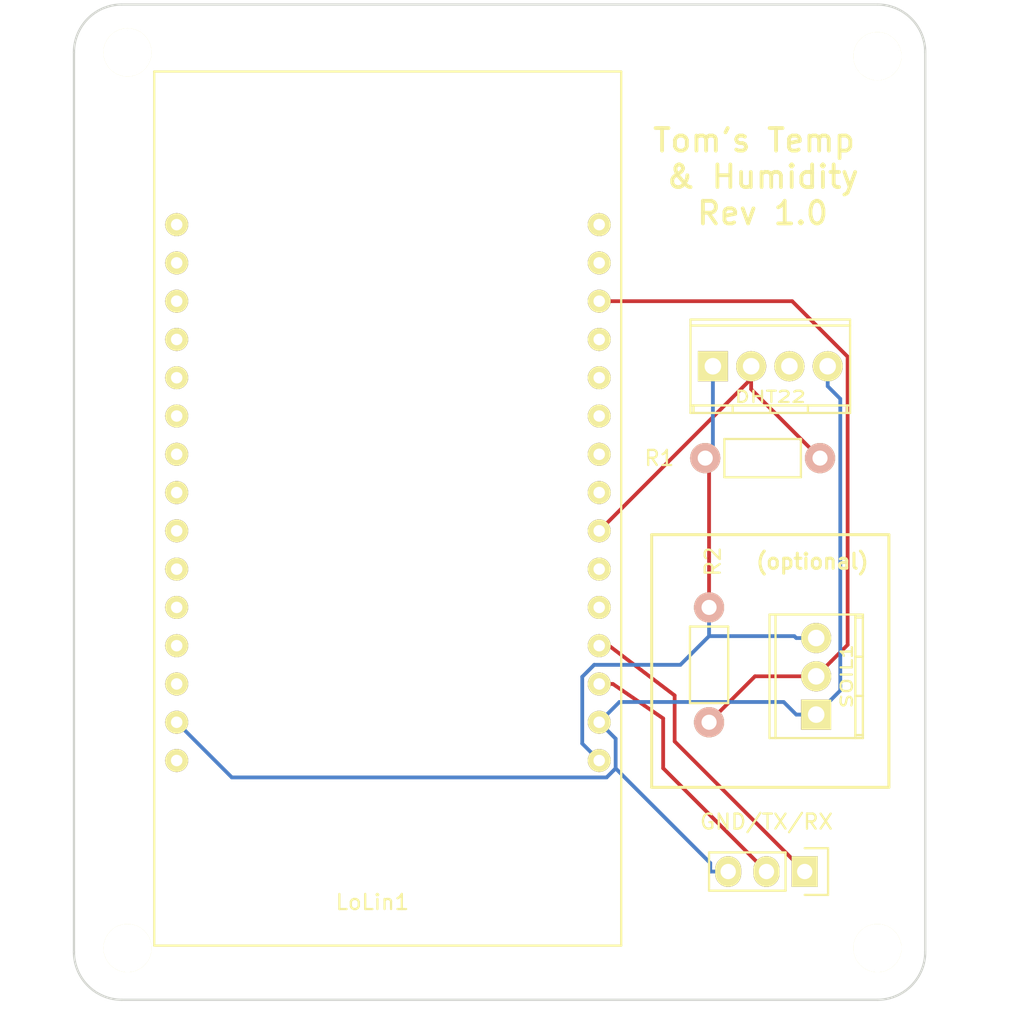
<source format=kicad_pcb>
(kicad_pcb (version 20171130) (host pcbnew "(5.1.12)-1")

  (general
    (thickness 1.6)
    (drawings 15)
    (tracks 50)
    (zones 0)
    (modules 10)
    (nets 31)
  )

  (page A4)
  (layers
    (0 F.Cu signal)
    (31 B.Cu signal)
    (33 F.Adhes user hide)
    (35 F.Paste user)
    (37 F.SilkS user)
    (39 F.Mask user)
    (40 Dwgs.User user)
    (41 Cmts.User user hide)
    (42 Eco1.User user)
    (43 Eco2.User user hide)
    (44 Edge.Cuts user)
    (45 Margin user)
    (47 F.CrtYd user hide)
    (49 F.Fab user)
  )

  (setup
    (last_trace_width 0.25)
    (trace_clearance 0.2)
    (zone_clearance 0.508)
    (zone_45_only yes)
    (trace_min 0.2)
    (via_size 0.6)
    (via_drill 0.4)
    (via_min_size 0.4)
    (via_min_drill 0.3)
    (uvia_size 0.3)
    (uvia_drill 0.1)
    (uvias_allowed no)
    (uvia_min_size 0.2)
    (uvia_min_drill 0.1)
    (edge_width 0.15)
    (segment_width 0.2)
    (pcb_text_width 0.3)
    (pcb_text_size 1.5 1.5)
    (mod_edge_width 0.15)
    (mod_text_size 1 1)
    (mod_text_width 0.15)
    (pad_size 1.524 1.524)
    (pad_drill 0.762)
    (pad_to_mask_clearance 0.2)
    (aux_axis_origin 0 0)
    (visible_elements 7FFEFF7F)
    (pcbplotparams
      (layerselection 0x010a0_80000001)
      (usegerberextensions true)
      (usegerberattributes true)
      (usegerberadvancedattributes true)
      (creategerberjobfile true)
      (excludeedgelayer true)
      (linewidth 0.100000)
      (plotframeref false)
      (viasonmask false)
      (mode 1)
      (useauxorigin false)
      (hpglpennumber 1)
      (hpglpenspeed 20)
      (hpglpendiameter 15.000000)
      (psnegative false)
      (psa4output false)
      (plotreference true)
      (plotvalue false)
      (plotinvisibletext false)
      (padsonsilk false)
      (subtractmaskfromsilk false)
      (outputformat 1)
      (mirror false)
      (drillshape 0)
      (scaleselection 1)
      (outputdirectory ""))
  )

  (net 0 "")
  (net 1 3.3V)
  (net 2 GND)
  (net 3 +5V)
  (net 4 SOIL_TEMP)
  (net 5 "Net-(COMMS1-Pad1)")
  (net 6 "Net-(COMMS1-Pad2)")
  (net 7 "Net-(DHT22-Pad3)")
  (net 8 "Net-(LoLin1-Pad2)")
  (net 9 "Net-(LoLin1-Pad3)")
  (net 10 "Net-(LoLin1-Pad4)")
  (net 11 "Net-(LoLin1-Pad5)")
  (net 12 "Net-(LoLin1-Pad6)")
  (net 13 "Net-(LoLin1-Pad7)")
  (net 14 "Net-(LoLin1-Pad8)")
  (net 15 "Net-(LoLin1-Pad9)")
  (net 16 "Net-(LoLin1-Pad10)")
  (net 17 "Net-(LoLin1-Pad12)")
  (net 18 "Net-(LoLin1-Pad13)")
  (net 19 "Net-(LoLin1-Pad20)")
  (net 20 "Net-(LoLin1-Pad21)")
  (net 21 "Net-(LoLin1-Pad23)")
  (net 22 "Net-(LoLin1-Pad24)")
  (net 23 "Net-(LoLin1-Pad25)")
  (net 24 "Net-(LoLin1-Pad26)")
  (net 25 "Net-(LoLin1-Pad27)")
  (net 26 "Net-(LoLin1-Pad29)")
  (net 27 "Net-(LoLin1-Pad30)")
  (net 28 "Net-(LoLin1-Pad1)")
  (net 29 "Net-(LoLin1-Pad11)")
  (net 30 TEMP_READING)

  (net_class Default "This is the default net class."
    (clearance 0.2)
    (trace_width 0.25)
    (via_dia 0.6)
    (via_drill 0.4)
    (uvia_dia 0.3)
    (uvia_drill 0.1)
    (add_net +5V)
    (add_net 3.3V)
    (add_net GND)
    (add_net "Net-(COMMS1-Pad1)")
    (add_net "Net-(COMMS1-Pad2)")
    (add_net "Net-(DHT22-Pad3)")
    (add_net "Net-(LoLin1-Pad1)")
    (add_net "Net-(LoLin1-Pad10)")
    (add_net "Net-(LoLin1-Pad11)")
    (add_net "Net-(LoLin1-Pad12)")
    (add_net "Net-(LoLin1-Pad13)")
    (add_net "Net-(LoLin1-Pad2)")
    (add_net "Net-(LoLin1-Pad20)")
    (add_net "Net-(LoLin1-Pad21)")
    (add_net "Net-(LoLin1-Pad23)")
    (add_net "Net-(LoLin1-Pad24)")
    (add_net "Net-(LoLin1-Pad25)")
    (add_net "Net-(LoLin1-Pad26)")
    (add_net "Net-(LoLin1-Pad27)")
    (add_net "Net-(LoLin1-Pad29)")
    (add_net "Net-(LoLin1-Pad3)")
    (add_net "Net-(LoLin1-Pad30)")
    (add_net "Net-(LoLin1-Pad4)")
    (add_net "Net-(LoLin1-Pad5)")
    (add_net "Net-(LoLin1-Pad6)")
    (add_net "Net-(LoLin1-Pad7)")
    (add_net "Net-(LoLin1-Pad8)")
    (add_net "Net-(LoLin1-Pad9)")
    (add_net SOIL_TEMP)
    (add_net TEMP_READING)
  )

  (module Pin_Headers:Pin_Header_Straight_1x03 (layer F.Cu) (tedit 57361032) (tstamp 573608A3)
    (at 137.414 112.776 270)
    (descr "Through hole pin header")
    (tags "pin header")
    (path /57361857)
    (fp_text reference GND/TX/RX (at -3.302 2.54) (layer F.SilkS)
      (effects (font (size 1 1) (thickness 0.15)))
    )
    (fp_text value RX/TX/GND (at 0 -3.1 270) (layer F.Fab)
      (effects (font (size 1 1) (thickness 0.15)))
    )
    (fp_line (start -1.55 -1.55) (end 1.55 -1.55) (layer F.SilkS) (width 0.15))
    (fp_line (start -1.55 0) (end -1.55 -1.55) (layer F.SilkS) (width 0.15))
    (fp_line (start 1.27 1.27) (end -1.27 1.27) (layer F.SilkS) (width 0.15))
    (fp_line (start 1.55 -1.55) (end 1.55 0) (layer F.SilkS) (width 0.15))
    (fp_line (start 1.27 6.35) (end 1.27 1.27) (layer F.SilkS) (width 0.15))
    (fp_line (start -1.27 6.35) (end 1.27 6.35) (layer F.SilkS) (width 0.15))
    (fp_line (start -1.27 1.27) (end -1.27 6.35) (layer F.SilkS) (width 0.15))
    (fp_line (start -1.75 6.85) (end 1.75 6.85) (layer F.CrtYd) (width 0.05))
    (fp_line (start -1.75 -1.75) (end 1.75 -1.75) (layer F.CrtYd) (width 0.05))
    (fp_line (start 1.75 -1.75) (end 1.75 6.85) (layer F.CrtYd) (width 0.05))
    (fp_line (start -1.75 -1.75) (end -1.75 6.85) (layer F.CrtYd) (width 0.05))
    (pad 1 thru_hole rect (at 0 0 270) (size 2.032 1.7272) (drill 1.016) (layers *.Cu *.Mask F.SilkS)
      (net 5 "Net-(COMMS1-Pad1)"))
    (pad 2 thru_hole oval (at 0 2.54 270) (size 2.032 1.7272) (drill 1.016) (layers *.Cu *.Mask F.SilkS)
      (net 6 "Net-(COMMS1-Pad2)"))
    (pad 3 thru_hole oval (at 0 5.08 270) (size 2.032 1.7272) (drill 1.016) (layers *.Cu *.Mask F.SilkS)
      (net 2 GND))
    (model Pin_Headers.3dshapes/Pin_Header_Straight_1x03.wrl
      (offset (xyz 0 -2.539999961853027 0))
      (scale (xyz 1 1 1))
      (rotate (xyz 0 0 90))
    )
  )

  (module Terminal_Blocks:TerminalBlock_Pheonix_MPT-2.54mm_3pol (layer F.Cu) (tedit 57360BF2) (tstamp 573608D0)
    (at 138.176 102.362 90)
    (descr "3-way 2.54mm pitch terminal block, Phoenix MPT series")
    (path /57360118)
    (fp_text reference SOIL1 (at 2.54 2.032 90) (layer F.SilkS)
      (effects (font (size 0.75 1) (thickness 0.15)))
    )
    (fp_text value SOIL (at 2.54 4.50088 90) (layer F.Fab)
      (effects (font (size 1 1) (thickness 0.15)))
    )
    (fp_line (start -1.55702 -3.0988) (end -1.55702 3.0988) (layer F.SilkS) (width 0.15))
    (fp_line (start 6.63956 3.0988) (end 6.63956 -3.0988) (layer F.SilkS) (width 0.15))
    (fp_line (start 1.24206 3.0988) (end 1.24206 2.60096) (layer F.SilkS) (width 0.15))
    (fp_line (start 6.44144 2.60096) (end 6.44144 3.0988) (layer F.SilkS) (width 0.15))
    (fp_line (start -1.3589 3.0988) (end -1.3589 2.60096) (layer F.SilkS) (width 0.15))
    (fp_line (start 3.84048 2.60096) (end 3.84048 3.0988) (layer F.SilkS) (width 0.15))
    (fp_line (start -1.55956 3.0988) (end 6.63956 3.0988) (layer F.SilkS) (width 0.15))
    (fp_line (start 6.63956 2.60096) (end -1.55956 2.60096) (layer F.SilkS) (width 0.15))
    (fp_line (start 6.63956 -2.70002) (end -1.55956 -2.70002) (layer F.SilkS) (width 0.15))
    (fp_line (start 6.63956 -3.0988) (end -1.55956 -3.0988) (layer F.SilkS) (width 0.15))
    (fp_line (start 6.858 3.302) (end 6.858 -3.302) (layer F.CrtYd) (width 0.05))
    (fp_line (start 6.858 -3.302) (end -1.778 -3.302) (layer F.CrtYd) (width 0.05))
    (fp_line (start -1.778 -3.302) (end -1.778 3.302) (layer F.CrtYd) (width 0.05))
    (fp_line (start -1.778 3.302) (end 6.858 3.302) (layer F.CrtYd) (width 0.05))
    (pad 3 thru_hole oval (at 5.08 0 90) (size 1.99898 1.99898) (drill 1.09728) (layers *.Cu *.Mask F.SilkS)
      (net 1 3.3V))
    (pad 1 thru_hole rect (at 0 0 90) (size 1.99898 1.99898) (drill 1.09728) (layers *.Cu *.Mask F.SilkS)
      (net 2 GND))
    (pad 2 thru_hole oval (at 2.54 0 90) (size 1.99898 1.99898) (drill 1.09728) (layers *.Cu *.Mask F.SilkS)
      (net 4 SOIL_TEMP))
    (model Terminal_Blocks.3dshapes/TerminalBlock_Pheonix_MPT-2.54mm_3pol.wrl
      (offset (xyz 2.539999961853027 0 0))
      (scale (xyz 1 1 1))
      (rotate (xyz 0 0 0))
    )
  )

  (module Terminal_Blocks:TerminalBlock_Pheonix_MPT-2.54mm_4pol (layer F.Cu) (tedit 57360C04) (tstamp 573609D5)
    (at 131.318 79.248)
    (descr "4-way 2.54mm pitch terminal block, Phoenix MPT series")
    (path /573490F4)
    (fp_text reference DHT22 (at 3.81 2.032) (layer F.SilkS)
      (effects (font (size 0.75 1) (thickness 0.15)))
    )
    (fp_text value DHT22 (at 3.81 4.50088) (layer F.Fab)
      (effects (font (size 1 1) (thickness 0.15)))
    )
    (fp_line (start -1.4859 -3.0988) (end -1.4859 3.0988) (layer F.SilkS) (width 0.15))
    (fp_line (start 9.10844 3.0988) (end 9.10844 -3.0988) (layer F.SilkS) (width 0.15))
    (fp_line (start 1.31318 3.0988) (end 1.31318 2.60096) (layer F.SilkS) (width 0.15))
    (fp_line (start 8.91032 2.60096) (end 8.91032 3.0988) (layer F.SilkS) (width 0.15))
    (fp_line (start -1.28778 3.0988) (end -1.28778 2.60096) (layer F.SilkS) (width 0.15))
    (fp_line (start 3.81 2.60096) (end 3.81 3.0988) (layer F.SilkS) (width 0.15))
    (fp_line (start 6.30682 2.60096) (end 6.30682 3.0988) (layer F.SilkS) (width 0.15))
    (fp_line (start 9.11098 3.0988) (end -1.49098 3.0988) (layer F.SilkS) (width 0.15))
    (fp_line (start -1.49098 2.60096) (end 9.11098 2.60096) (layer F.SilkS) (width 0.15))
    (fp_line (start -1.49098 -2.70002) (end 9.11098 -2.70002) (layer F.SilkS) (width 0.15))
    (fp_line (start 9.11098 -3.0988) (end -1.49098 -3.0988) (layer F.SilkS) (width 0.15))
    (fp_line (start 9.398 -3.302) (end 9.398 3.302) (layer F.CrtYd) (width 0.05))
    (fp_line (start 9.398 3.302) (end -1.778 3.302) (layer F.CrtYd) (width 0.05))
    (fp_line (start -1.778 3.302) (end -1.778 -3.302) (layer F.CrtYd) (width 0.05))
    (fp_line (start -1.778 -3.302) (end 9.398 -3.302) (layer F.CrtYd) (width 0.05))
    (pad 4 thru_hole oval (at 7.62 0 180) (size 1.99898 1.99898) (drill 1.09728) (layers *.Cu *.Mask F.SilkS)
      (net 2 GND))
    (pad 1 thru_hole rect (at 0 0 180) (size 1.99898 1.99898) (drill 1.09728) (layers *.Cu *.Mask F.SilkS)
      (net 1 3.3V))
    (pad 2 thru_hole oval (at 2.54 0 180) (size 1.99898 1.99898) (drill 1.09728) (layers *.Cu *.Mask F.SilkS)
      (net 30 TEMP_READING))
    (pad 3 thru_hole oval (at 5.08 0 180) (size 1.99898 1.99898) (drill 1.09728) (layers *.Cu *.Mask F.SilkS)
      (net 7 "Net-(DHT22-Pad3)"))
    (model Terminal_Blocks.3dshapes/TerminalBlock_Pheonix_MPT-2.54mm_4pol.wrl
      (offset (xyz 3.809999942779541 0 0))
      (scale (xyz 1 1 1))
      (rotate (xyz 0 0 0))
    )
  )

  (module Resistors_ThroughHole:Resistor_Horizontal_RM7mm (layer F.Cu) (tedit 573745FA) (tstamp 57360D0B)
    (at 130.81 85.344)
    (descr "Resistor, Axial,  RM 7.62mm, 1/3W,")
    (tags "Resistor Axial RM 7.62mm 1/3W R3")
    (path /57349191)
    (fp_text reference R1 (at -3.048 0) (layer F.SilkS)
      (effects (font (size 1 1) (thickness 0.15)))
    )
    (fp_text value 4.7K (at 3.81 0.381) (layer F.Fab)
      (effects (font (size 1 1) (thickness 0.15)))
    )
    (fp_line (start 1.27 1.27) (end 1.27 -1.27) (layer F.SilkS) (width 0.15))
    (fp_line (start 6.35 1.27) (end 1.27 1.27) (layer F.SilkS) (width 0.15))
    (fp_line (start 6.35 -1.27) (end 6.35 1.27) (layer F.SilkS) (width 0.15))
    (fp_line (start 1.27 -1.27) (end 6.35 -1.27) (layer F.SilkS) (width 0.15))
    (fp_line (start -1.25 1.5) (end 8.85 1.5) (layer F.CrtYd) (width 0.05))
    (fp_line (start 8.85 -1.5) (end 8.85 1.5) (layer F.CrtYd) (width 0.05))
    (fp_line (start -1.25 1.5) (end -1.25 -1.5) (layer F.CrtYd) (width 0.05))
    (fp_line (start -1.25 -1.5) (end 8.85 -1.5) (layer F.CrtYd) (width 0.05))
    (pad 1 thru_hole circle (at 0 0) (size 1.99898 1.99898) (drill 1.00076) (layers *.Cu *.SilkS *.Mask)
      (net 1 3.3V))
    (pad 2 thru_hole circle (at 7.62 0) (size 1.99898 1.99898) (drill 1.00076) (layers *.Cu *.SilkS *.Mask)
      (net 30 TEMP_READING))
  )

  (module Resistors_ThroughHole:Resistor_Horizontal_RM7mm (layer F.Cu) (tedit 573745F5) (tstamp 57360D11)
    (at 131.064 102.87 90)
    (descr "Resistor, Axial,  RM 7.62mm, 1/3W,")
    (tags "Resistor Axial RM 7.62mm 1/3W R3")
    (path /57360790)
    (fp_text reference R2 (at 10.668 0.254 90) (layer F.SilkS)
      (effects (font (size 1 1) (thickness 0.15)))
    )
    (fp_text value 4.7K (at 3.81 -0.254 90) (layer F.Fab)
      (effects (font (size 1 1) (thickness 0.15)))
    )
    (fp_line (start 1.27 1.27) (end 1.27 -1.27) (layer F.SilkS) (width 0.15))
    (fp_line (start 6.35 1.27) (end 1.27 1.27) (layer F.SilkS) (width 0.15))
    (fp_line (start 6.35 -1.27) (end 6.35 1.27) (layer F.SilkS) (width 0.15))
    (fp_line (start 1.27 -1.27) (end 6.35 -1.27) (layer F.SilkS) (width 0.15))
    (fp_line (start -1.25 1.5) (end 8.85 1.5) (layer F.CrtYd) (width 0.05))
    (fp_line (start 8.85 -1.5) (end 8.85 1.5) (layer F.CrtYd) (width 0.05))
    (fp_line (start -1.25 1.5) (end -1.25 -1.5) (layer F.CrtYd) (width 0.05))
    (fp_line (start -1.25 -1.5) (end 8.85 -1.5) (layer F.CrtYd) (width 0.05))
    (pad 1 thru_hole circle (at 0 0 90) (size 1.99898 1.99898) (drill 1.00076) (layers *.Cu *.SilkS *.Mask)
      (net 4 SOIL_TEMP))
    (pad 2 thru_hole circle (at 7.62 0 90) (size 1.99898 1.99898) (drill 1.00076) (layers *.Cu *.SilkS *.Mask)
      (net 1 3.3V))
  )

  (module LoLin:LoLin (layer F.Cu) (tedit 573629A2) (tstamp 5)
    (at 93.98 59.69)
    (path /57338DC8)
    (fp_text reference LoLin1 (at 14.732 55.118) (layer F.SilkS)
      (effects (font (size 1 1) (thickness 0.15)))
    )
    (fp_text value LoLin_V3 (at 15.24 7.62) (layer F.Fab)
      (effects (font (size 1 1) (thickness 0.15)))
    )
    (fp_line (start 0.25 0) (end 31.25 0) (layer F.SilkS) (width 0.15))
    (fp_line (start 31.25 0) (end 31.25 58) (layer F.SilkS) (width 0.15))
    (fp_line (start 31.25 58) (end 0.25 58) (layer F.SilkS) (width 0.15))
    (fp_line (start 0.25 58) (end 0.25 0) (layer F.SilkS) (width 0.15))
    (pad 1 thru_hole circle (at 1.74 10.16) (size 1.524 1.524) (drill 0.762) (layers *.Cu *.Mask F.SilkS)
      (net 28 "Net-(LoLin1-Pad1)"))
    (pad 2 thru_hole circle (at 1.74 12.7) (size 1.524 1.524) (drill 0.762) (layers *.Cu *.Mask F.SilkS)
      (net 8 "Net-(LoLin1-Pad2)"))
    (pad 3 thru_hole circle (at 1.74 15.24) (size 1.524 1.524) (drill 0.762) (layers *.Cu *.Mask F.SilkS)
      (net 9 "Net-(LoLin1-Pad3)"))
    (pad 4 thru_hole circle (at 1.74 17.78) (size 1.524 1.524) (drill 0.762) (layers *.Cu *.Mask F.SilkS)
      (net 10 "Net-(LoLin1-Pad4)"))
    (pad 5 thru_hole circle (at 1.74 20.32) (size 1.524 1.524) (drill 0.762) (layers *.Cu *.Mask F.SilkS)
      (net 11 "Net-(LoLin1-Pad5)"))
    (pad 6 thru_hole circle (at 1.74 22.86) (size 1.524 1.524) (drill 0.762) (layers *.Cu *.Mask F.SilkS)
      (net 12 "Net-(LoLin1-Pad6)"))
    (pad 7 thru_hole circle (at 1.74 25.4) (size 1.524 1.524) (drill 0.762) (layers *.Cu *.Mask F.SilkS)
      (net 13 "Net-(LoLin1-Pad7)"))
    (pad 8 thru_hole circle (at 1.74 27.94) (size 1.524 1.524) (drill 0.762) (layers *.Cu *.Mask F.SilkS)
      (net 14 "Net-(LoLin1-Pad8)"))
    (pad 9 thru_hole circle (at 1.74 30.48) (size 1.524 1.524) (drill 0.762) (layers *.Cu *.Mask F.SilkS)
      (net 15 "Net-(LoLin1-Pad9)"))
    (pad 10 thru_hole circle (at 1.74 33.02) (size 1.524 1.524) (drill 0.762) (layers *.Cu *.Mask F.SilkS)
      (net 16 "Net-(LoLin1-Pad10)"))
    (pad 11 thru_hole circle (at 1.74 35.56) (size 1.524 1.524) (drill 0.762) (layers *.Cu *.Mask F.SilkS)
      (net 29 "Net-(LoLin1-Pad11)"))
    (pad 12 thru_hole circle (at 1.74 38.1) (size 1.524 1.524) (drill 0.762) (layers *.Cu *.Mask F.SilkS)
      (net 17 "Net-(LoLin1-Pad12)"))
    (pad 13 thru_hole circle (at 1.74 40.64) (size 1.524 1.524) (drill 0.762) (layers *.Cu *.Mask F.SilkS)
      (net 18 "Net-(LoLin1-Pad13)"))
    (pad 14 thru_hole circle (at 1.74 43.18) (size 1.524 1.524) (drill 0.762) (layers *.Cu *.Mask F.SilkS)
      (net 2 GND))
    (pad 15 thru_hole circle (at 1.74 45.72) (size 1.524 1.524) (drill 0.762) (layers *.Cu *.Mask F.SilkS)
      (net 3 +5V))
    (pad 16 thru_hole circle (at 29.79 45.72) (size 1.524 1.524) (drill 0.762) (layers *.Cu *.Mask F.SilkS)
      (net 1 3.3V))
    (pad 17 thru_hole circle (at 29.79 43.18) (size 1.524 1.524) (drill 0.762) (layers *.Cu *.Mask F.SilkS)
      (net 2 GND))
    (pad 18 thru_hole circle (at 29.79 40.64) (size 1.524 1.524) (drill 0.762) (layers *.Cu *.Mask F.SilkS)
      (net 6 "Net-(COMMS1-Pad2)"))
    (pad 19 thru_hole circle (at 29.79 38.1) (size 1.524 1.524) (drill 0.762) (layers *.Cu *.Mask F.SilkS)
      (net 5 "Net-(COMMS1-Pad1)"))
    (pad 20 thru_hole circle (at 29.79 35.56) (size 1.524 1.524) (drill 0.762) (layers *.Cu *.Mask F.SilkS)
      (net 19 "Net-(LoLin1-Pad20)"))
    (pad 21 thru_hole circle (at 29.79 33.02) (size 1.524 1.524) (drill 0.762) (layers *.Cu *.Mask F.SilkS)
      (net 20 "Net-(LoLin1-Pad21)"))
    (pad 22 thru_hole circle (at 29.79 30.48) (size 1.524 1.524) (drill 0.762) (layers *.Cu *.Mask F.SilkS)
      (net 30 TEMP_READING))
    (pad 23 thru_hole circle (at 29.79 27.94) (size 1.524 1.524) (drill 0.762) (layers *.Cu *.Mask F.SilkS)
      (net 21 "Net-(LoLin1-Pad23)"))
    (pad 24 thru_hole circle (at 29.79 25.4) (size 1.524 1.524) (drill 0.762) (layers *.Cu *.Mask F.SilkS)
      (net 22 "Net-(LoLin1-Pad24)"))
    (pad 25 thru_hole circle (at 29.79 22.86) (size 1.524 1.524) (drill 0.762) (layers *.Cu *.Mask F.SilkS)
      (net 23 "Net-(LoLin1-Pad25)"))
    (pad 26 thru_hole circle (at 29.79 20.32) (size 1.524 1.524) (drill 0.762) (layers *.Cu *.Mask F.SilkS)
      (net 24 "Net-(LoLin1-Pad26)"))
    (pad 27 thru_hole circle (at 29.79 17.78) (size 1.524 1.524) (drill 0.762) (layers *.Cu *.Mask F.SilkS)
      (net 25 "Net-(LoLin1-Pad27)"))
    (pad 28 thru_hole circle (at 29.79 15.24) (size 1.524 1.524) (drill 0.762) (layers *.Cu *.Mask F.SilkS)
      (net 4 SOIL_TEMP))
    (pad 29 thru_hole circle (at 29.79 12.7) (size 1.524 1.524) (drill 0.762) (layers *.Cu *.Mask F.SilkS)
      (net 26 "Net-(LoLin1-Pad29)"))
    (pad 30 thru_hole circle (at 29.79 10.16) (size 1.524 1.524) (drill 0.762) (layers *.Cu *.Mask F.SilkS)
      (net 27 "Net-(LoLin1-Pad30)"))
  )

  (module Mounting_Holes:MountingHole_3.2mm_M3 (layer F.Cu) (tedit 573736B2) (tstamp 57363466)
    (at 93.472 58.42)
    (descr "Mounting Hole 3.2mm, no annular, M3")
    (tags "mounting hole 3.2mm no annular m3")
    (fp_text reference REF**_4 (at 0 -4.2) (layer F.SilkS) hide
      (effects (font (size 1 1) (thickness 0.15)))
    )
    (fp_text value MountingHole_3.2mm_M3 (at 0 4.2) (layer F.Fab)
      (effects (font (size 1 1) (thickness 0.15)))
    )
    (fp_circle (center 0 0) (end 3.45 0) (layer F.CrtYd) (width 0.05))
    (fp_circle (center 0 0) (end 3.2 0) (layer Cmts.User) (width 0.15))
    (pad 1 np_thru_hole circle (at -1.016 0) (size 3.2 3.2) (drill 3.2) (layers *.Cu *.Mask F.SilkS))
  )

  (module Mounting_Holes:MountingHole_3.2mm_M3 (layer F.Cu) (tedit 573637AE) (tstamp 5736346F)
    (at 142.24 58.674)
    (descr "Mounting Hole 3.2mm, no annular, M3")
    (tags "mounting hole 3.2mm no annular m3")
    (fp_text reference REF**_3 (at 0 -4.2) (layer F.SilkS) hide
      (effects (font (size 1 1) (thickness 0.15)))
    )
    (fp_text value MountingHole_3.2mm_M3 (at 0 4.2) (layer F.Fab)
      (effects (font (size 1 1) (thickness 0.15)))
    )
    (fp_circle (center 0 0) (end 3.45 0) (layer F.CrtYd) (width 0.05))
    (fp_circle (center 0 0) (end 3.2 0) (layer Cmts.User) (width 0.15))
    (pad 1 np_thru_hole circle (at 0 0) (size 3.2 3.2) (drill 3.2) (layers *.Cu *.Mask F.SilkS))
  )

  (module Mounting_Holes:MountingHole_3.2mm_M3 (layer F.Cu) (tedit 573637A8) (tstamp 57363478)
    (at 142.24 117.856)
    (descr "Mounting Hole 3.2mm, no annular, M3")
    (tags "mounting hole 3.2mm no annular m3")
    (fp_text reference REF**_2 (at 0 -4.2) (layer F.SilkS) hide
      (effects (font (size 1 1) (thickness 0.15)))
    )
    (fp_text value MountingHole_3.2mm_M3 (at 0 4.2) (layer F.Fab)
      (effects (font (size 1 1) (thickness 0.15)))
    )
    (fp_circle (center 0 0) (end 3.45 0) (layer F.CrtYd) (width 0.05))
    (fp_circle (center 0 0) (end 3.2 0) (layer Cmts.User) (width 0.15))
    (pad 1 np_thru_hole circle (at 0 0) (size 3.2 3.2) (drill 3.2) (layers *.Cu *.Mask F.SilkS))
  )

  (module Mounting_Holes:MountingHole_3.2mm_M3 (layer F.Cu) (tedit 7FFFFFFF) (tstamp 57363484)
    (at 93.472 117.856)
    (descr "Mounting Hole 3.2mm, no annular, M3")
    (tags "mounting hole 3.2mm no annular m3")
    (fp_text reference REF** (at 0 -4.2) (layer F.SilkS) hide
      (effects (font (size 1 1) (thickness 0.15)))
    )
    (fp_text value MountingHole_3.2mm_M3 (at 0 4.2) (layer F.Fab)
      (effects (font (size 1 1) (thickness 0.15)))
    )
    (fp_circle (center 0 0) (end 3.45 0) (layer F.CrtYd) (width 0.05))
    (fp_circle (center 0 0) (end 3.2 0) (layer Cmts.User) (width 0.15))
    (pad 1 np_thru_hole circle (at -1.016 0) (size 3.2 3.2) (drill 3.2) (layers *.Cu *.Mask F.SilkS))
  )

  (gr_arc (start 92.075 58.42) (end 88.9 58.42) (angle 90) (layer Edge.Cuts) (width 0.15))
  (gr_arc (start 92.075 118.11) (end 92.075 121.285) (angle 90) (layer Edge.Cuts) (width 0.15))
  (gr_arc (start 142.24 118.11) (end 145.415 118.11) (angle 90) (layer Edge.Cuts) (width 0.15))
  (gr_arc (start 142.24 58.42) (end 142.24 55.245) (angle 90) (layer Edge.Cuts) (width 0.15))
  (gr_text "(optional)" (at 137.922 92.202) (layer F.SilkS)
    (effects (font (size 1 1) (thickness 0.2)))
  )
  (gr_text "Tom's Temp \n& Humidity\nRev 1.0" (at 134.62 66.675) (layer F.SilkS)
    (effects (font (size 1.5 1.5) (thickness 0.25)))
  )
  (gr_line (start 127.254 107.188) (end 127.254 90.424) (angle 90) (layer F.SilkS) (width 0.2))
  (gr_line (start 128.27 107.188) (end 127.254 107.188) (angle 90) (layer F.SilkS) (width 0.2))
  (gr_line (start 143.002 107.188) (end 128.27 107.188) (angle 90) (layer F.SilkS) (width 0.2))
  (gr_line (start 143.002 90.424) (end 143.002 107.188) (angle 90) (layer F.SilkS) (width 0.2))
  (gr_line (start 127.254 90.424) (end 143.002 90.424) (angle 90) (layer F.SilkS) (width 0.2))
  (gr_line (start 88.9 118.11) (end 88.9 58.42) (angle 90) (layer Edge.Cuts) (width 0.15))
  (gr_line (start 142.24 121.285) (end 92.075 121.285) (angle 90) (layer Edge.Cuts) (width 0.15))
  (gr_line (start 145.415 58.42) (end 145.415 118.11) (angle 90) (layer Edge.Cuts) (width 0.15))
  (gr_line (start 92.075 55.245) (end 142.24 55.245) (angle 90) (layer Edge.Cuts) (width 0.15))

  (segment (start 131.318 79.248) (end 131.318 84.836) (width 0.25) (layer B.Cu) (net 1))
  (segment (start 131.318 84.836) (end 130.81 85.344) (width 0.25) (layer B.Cu) (net 1))
  (segment (start 130.81 85.344) (end 131.064 85.598) (width 0.25) (layer F.Cu) (net 1))
  (segment (start 131.064 85.598) (end 131.064 95.25) (width 0.25) (layer F.Cu) (net 1))
  (segment (start 131.064 97.155) (end 136.7244 97.155) (width 0.25) (layer B.Cu) (net 1))
  (segment (start 136.7244 97.155) (end 136.8514 97.282) (width 0.25) (layer B.Cu) (net 1))
  (segment (start 123.77 105.41) (end 122.6452 104.2852) (width 0.25) (layer B.Cu) (net 1))
  (segment (start 122.6452 104.2852) (end 122.6452 99.8537) (width 0.25) (layer B.Cu) (net 1))
  (segment (start 122.6452 99.8537) (end 123.4389 99.06) (width 0.25) (layer B.Cu) (net 1))
  (segment (start 123.4389 99.06) (end 129.159 99.06) (width 0.25) (layer B.Cu) (net 1))
  (segment (start 129.159 99.06) (end 131.064 97.155) (width 0.25) (layer B.Cu) (net 1))
  (segment (start 131.064 97.155) (end 131.064 95.25) (width 0.25) (layer B.Cu) (net 1))
  (segment (start 138.176 97.282) (end 136.8514 97.282) (width 0.25) (layer B.Cu) (net 1))
  (segment (start 132.334 112.776) (end 131.1453 112.776) (width 0.25) (layer B.Cu) (net 2))
  (segment (start 124.8617 105.9305) (end 124.8617 103.9617) (width 0.25) (layer B.Cu) (net 2))
  (segment (start 124.8617 103.9617) (end 123.77 102.87) (width 0.25) (layer B.Cu) (net 2))
  (segment (start 95.72 102.87) (end 99.3822 106.5322) (width 0.25) (layer B.Cu) (net 2))
  (segment (start 99.3822 106.5322) (end 124.26 106.5322) (width 0.25) (layer B.Cu) (net 2))
  (segment (start 124.26 106.5322) (end 124.8617 105.9305) (width 0.25) (layer B.Cu) (net 2))
  (segment (start 124.8617 105.9305) (end 131.1453 112.2141) (width 0.25) (layer B.Cu) (net 2))
  (segment (start 131.1453 112.2141) (end 131.1453 112.776) (width 0.25) (layer B.Cu) (net 2))
  (segment (start 138.938 79.248) (end 138.938 80.5726) (width 0.25) (layer B.Cu) (net 2))
  (segment (start 138.938 80.5726) (end 139.7763 81.4109) (width 0.25) (layer B.Cu) (net 2))
  (segment (start 139.7763 81.4109) (end 139.7763 100.7617) (width 0.25) (layer B.Cu) (net 2))
  (segment (start 139.7763 100.7617) (end 138.176 102.362) (width 0.25) (layer B.Cu) (net 2))
  (segment (start 138.176 102.362) (end 136.8514 102.362) (width 0.25) (layer B.Cu) (net 2))
  (segment (start 123.77 102.87) (end 125.1135 101.5265) (width 0.25) (layer B.Cu) (net 2))
  (segment (start 125.1135 101.5265) (end 136.0159 101.5265) (width 0.25) (layer B.Cu) (net 2))
  (segment (start 136.0159 101.5265) (end 136.8514 102.362) (width 0.25) (layer B.Cu) (net 2))
  (segment (start 138.176 99.822) (end 134.112 99.822) (width 0.25) (layer F.Cu) (net 4))
  (segment (start 134.112 99.822) (end 131.064 102.87) (width 0.25) (layer F.Cu) (net 4))
  (segment (start 123.77 74.93) (end 136.58 74.93) (width 0.25) (layer F.Cu) (net 4))
  (segment (start 136.58 74.93) (end 140.262 78.6122) (width 0.25) (layer F.Cu) (net 4))
  (segment (start 140.262 78.6122) (end 140.262 97.7355) (width 0.25) (layer F.Cu) (net 4))
  (segment (start 140.262 97.7355) (end 139.175 98.8225) (width 0.25) (layer F.Cu) (net 4))
  (segment (start 139.175 98.8225) (end 138.176 99.822) (width 0.25) (layer F.Cu) (net 4))
  (segment (start 124.17 97.79) (end 123.77 97.79) (width 0.25) (layer F.Cu) (net 5))
  (segment (start 124.17 97.79) (end 124.424 97.79) (width 0.25) (layer F.Cu) (net 5))
  (segment (start 124.424 97.79) (end 128.778 101.092) (width 0.25) (layer F.Cu) (net 5))
  (segment (start 128.778 101.092) (end 128.778 104.14) (width 0.25) (layer F.Cu) (net 5))
  (segment (start 128.778 104.14) (end 137.414 112.776) (width 0.25) (layer F.Cu) (net 5))
  (segment (start 124.17 100.33) (end 123.77 100.33) (width 0.25) (layer F.Cu) (net 6))
  (segment (start 124.17 100.33) (end 124.678 100.33) (width 0.25) (layer F.Cu) (net 6))
  (segment (start 124.678 100.33) (end 128.016 102.616) (width 0.25) (layer F.Cu) (net 6))
  (segment (start 128.016 102.616) (end 128.016 105.918) (width 0.25) (layer F.Cu) (net 6))
  (segment (start 128.016 105.918) (end 134.874 112.776) (width 0.25) (layer F.Cu) (net 6))
  (segment (start 123.77 90.17) (end 133.858 80.082) (width 0.25) (layer F.Cu) (net 30))
  (segment (start 133.858 80.082) (end 133.858 79.248) (width 0.25) (layer F.Cu) (net 30))
  (segment (start 133.858 79.248) (end 133.858 80.772) (width 0.25) (layer F.Cu) (net 30))
  (segment (start 133.858 80.772) (end 138.43 85.344) (width 0.25) (layer F.Cu) (net 30))

)

</source>
